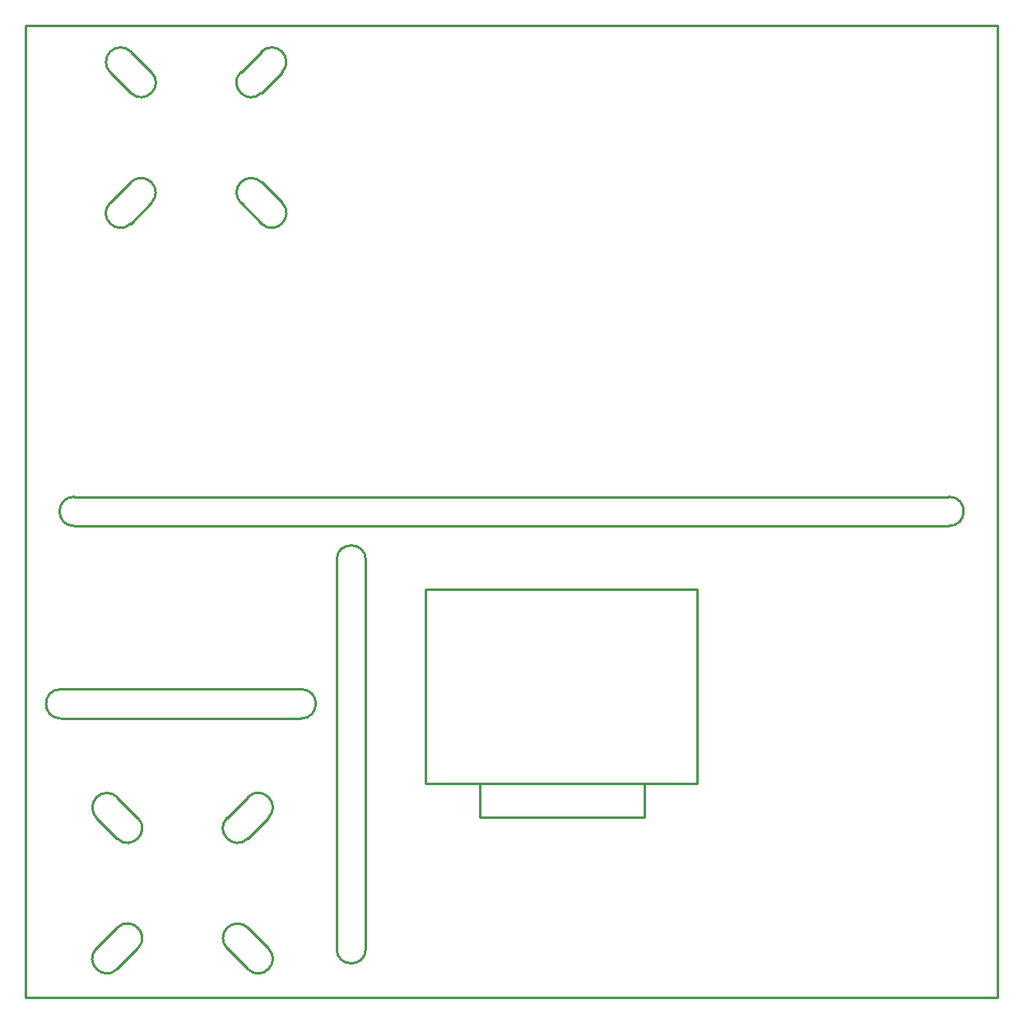
<source format=gko>
G04 Layer: BoardOutline*
G04 EasyEDA v6.1.48, Wed, 22 May 2019 01:04:44 GMT*
G04 0b5e94fe1834435c81e6262c9c592282,60a67b2131f5436da047494d80ae1115,10*
G04 Gerber Generator version 0.2*
G04 Scale: 100 percent, Rotated: No, Reflected: No *
G04 Dimensions in millimeters *
G04 leading zeros omitted , absolute positions ,3 integer and 3 decimal *
%FSLAX33Y33*%
%MOMM*%
G90*
G71D02*

%ADD10C,0.254000*%
G54D10*
G75*
G01X24259Y93055D02*
G02X22137Y95176I-1061J1061D01*
G01*
G01X22137Y95176D02*
G01X24258Y97297D01*
G75*
G01X24259Y97297D02*
G02X26380Y95176I1060J-1060D01*
G01*
G01X26379Y95176D02*
G01X24258Y93054D01*
G01X24258Y93054D02*
G01X24258Y93054D01*
G75*
G01X10824Y79620D02*
G02X8702Y81741I-1061J1061D01*
G01*
G01X8702Y81741D02*
G01X10823Y83862D01*
G75*
G01X10824Y83862D02*
G02X12945Y81741I1060J-1060D01*
G01*
G01X12944Y81741D02*
G01X10823Y79619D01*
G01X10823Y79619D02*
G01X10823Y79619D01*
G75*
G01X26380Y81741D02*
G02X24259Y79620I-1061J-1060D01*
G01*
G01X24258Y79619D02*
G01X22137Y81741D01*
G75*
G01X22138Y81741D02*
G02X24259Y83862I1060J1061D01*
G01*
G01X24258Y83862D02*
G01X26380Y81741D01*
G01X26380Y81741D02*
G01X26380Y81741D01*
G75*
G01X12945Y95176D02*
G02X10824Y93055I-1061J-1060D01*
G01*
G01X10823Y93054D02*
G01X8702Y95176D01*
G75*
G01X8703Y95176D02*
G02X10824Y97297I1060J1061D01*
G01*
G01X10823Y97297D02*
G01X12945Y95176D01*
G01X12945Y95176D02*
G01X12945Y95176D01*
G75*
G01X22859Y16355D02*
G02X20737Y18476I-1061J1061D01*
G01*
G01X20737Y18476D02*
G01X22858Y20597D01*
G75*
G01X22859Y20597D02*
G02X24980Y18476I1060J-1060D01*
G01*
G01X24979Y18476D02*
G01X22858Y16354D01*
G01X22858Y16354D02*
G01X22858Y16354D01*
G75*
G01X9424Y2920D02*
G02X7302Y5041I-1061J1061D01*
G01*
G01X7302Y5041D02*
G01X9423Y7162D01*
G75*
G01X9424Y7162D02*
G02X11545Y5041I1060J-1060D01*
G01*
G01X11544Y5040D02*
G01X9423Y2919D01*
G01X9423Y2919D02*
G01X9423Y2919D01*
G75*
G01X24980Y5041D02*
G02X22859Y2920I-1061J-1061D01*
G01*
G01X22858Y2919D02*
G01X20737Y5040D01*
G75*
G01X20738Y5041D02*
G02X22859Y7162I1060J1061D01*
G01*
G01X22858Y7162D02*
G01X24980Y5041D01*
G01X24980Y5041D02*
G01X24980Y5041D01*
G75*
G01X11545Y18476D02*
G02X9424Y16355I-1061J-1060D01*
G01*
G01X9423Y16354D02*
G01X7302Y18476D01*
G75*
G01X7303Y18476D02*
G02X9424Y20597I1060J1061D01*
G01*
G01X9423Y20597D02*
G01X11545Y18476D01*
G01X11545Y18476D02*
G01X11545Y18476D01*
G75*
G01X5000Y48500D02*
G02X5000Y51500I0J1500D01*
G01*
G01X4999Y51500D02*
G01X94999Y51500D01*
G75*
G01X95000Y51500D02*
G02X95000Y48500I0J-1500D01*
G01*
G01X94999Y48500D02*
G01X4999Y48500D01*
G01X4999Y48500D02*
G01X4999Y48500D01*
G01X41100Y21999D02*
G01X55599Y21999D01*
G01X55599Y21999D02*
G01X69099Y21999D01*
G01X69099Y21999D02*
G01X69099Y31999D01*
G01X69099Y31999D02*
G01X69099Y41999D01*
G01X69099Y41999D02*
G01X55599Y41999D01*
G01X55599Y41999D02*
G01X41100Y41999D01*
G01X41100Y41999D02*
G01X41100Y21999D01*
G01X46700Y18499D02*
G01X46700Y22000D01*
G01X46700Y22000D02*
G01X53699Y22000D01*
G01X53699Y22000D02*
G01X63699Y22000D01*
G01X63699Y22000D02*
G01X63699Y18499D01*
G01X63699Y18499D02*
G01X53700Y18500D01*
G01X53700Y18500D02*
G01X46700Y18499D01*
G75*
G01X35000Y5000D02*
G02X32000Y5000I-1500J0D01*
G01*
G01X31999Y4999D02*
G01X31999Y44999D01*
G75*
G01X32000Y45000D02*
G02X35000Y45000I1500J0D01*
G01*
G01X35000Y44999D02*
G01X35000Y4999D01*
G01X35000Y4999D02*
G01X35000Y4999D01*
G01X0Y100000D02*
G01X100000Y100000D01*
G01X100000Y0D01*
G01X0Y0D01*
G01X0Y100000D01*
G75*
G01X3600Y28700D02*
G02X3600Y31700I0J1500D01*
G01*
G01X3599Y31699D02*
G01X28350Y31699D01*
G75*
G01X28350Y31700D02*
G02X28350Y28700I0J-1500D01*
G01*
G01X28350Y28699D02*
G01X3599Y28699D01*
G01X3599Y28699D02*
G01X3599Y28699D01*

%LPD*%
M00*
M02*

</source>
